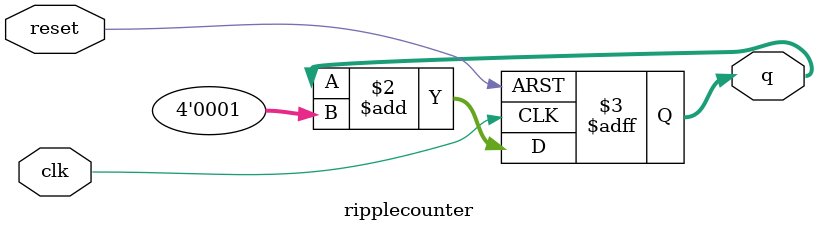
<source format=v>
module ripplecounter (
    input wire clk,      // Clock input
    input wire reset,    // Asynchronous or Synchronous Reset
    output reg [3:0] q   // 4-bit count output
);

// Count from 0 to 15 (0000 to 1111)
always @(posedge clk or posedge reset) begin
    if (reset) begin
        // Reset the counter to 0
        q <= 4'b0000;
    end else begin
        // Increment the counter on the positive edge of the clock
        q <= q + 4'b0001;
    end
end

endmodule
</source>
